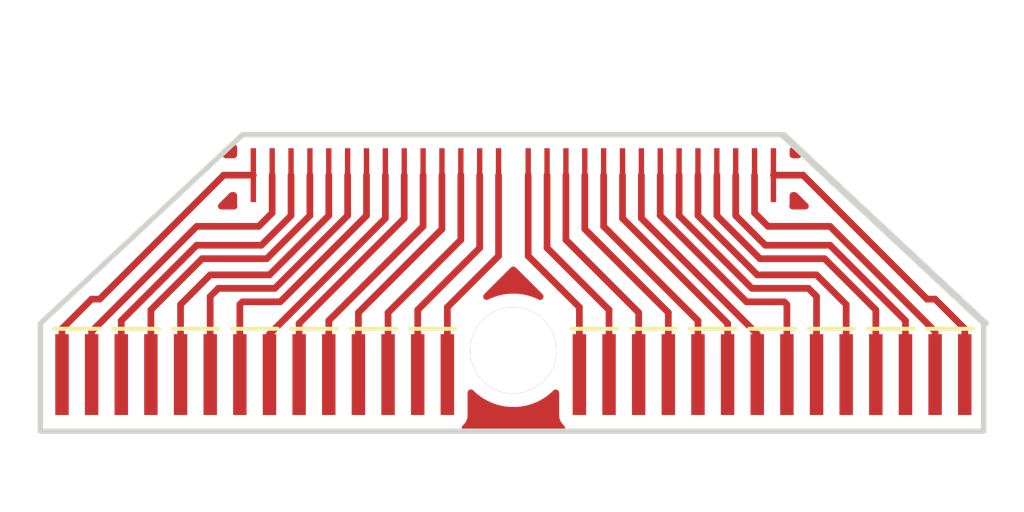
<source format=kicad_pcb>
(kicad_pcb (version 20221018) (generator pcbnew)
  (layers (0 "F.Cu" signal) (31 "B.Cu" signal) (34 "B.Paste" user) (35 "F.Paste" user) (36 "B.SilkS" user "B.Silkscreen") (37 "F.SilkS" user "F.Silkscreen") (38 "B.Mask" user) (39 "F.Mask" user) (44 "Edge.Cuts" user))
  (net 0 "")
  (footprint "Library:TestPoint_Pad_0.5mmx3mm" (layer "F.Cu") (at 98 48.9)
    (fp_text reference "REF**" hide)
    (fp_text value "TestPoint_Pad_0.5x3.0mm" hide)
    (pad "1" smd rect (at 0 0) (size 0.5 3) (layers "F.Cu" "F.Mask"))
  )
  (footprint "" (layer "F.Cu") (at 99.1 48.9)
    (fp_text reference "" hide)
    (fp_text value "" hide)
    (pad "1" smd rect (at 0 0) (size 0.5 3) (layers "F.Cu" "F.Mask"))
  )
  (footprint "Library:TestPoint_Pad_1.0x1.0mm" (layer "F.Cu") (at 93.4 41.5)
    (fp_text reference "REF**" hide)
    (fp_text value "TestPoint_Pad_1.0x1.0mm" hide)
    (pad "1" smd rect (at 0 0) (size 0.2 2) (layers "F.Cu" "F.Mask"))
  )
  (footprint "" (layer "F.Cu") (at 101.3 48.9)
    (fp_text reference "" hide)
    (fp_text value "" hide)
    (pad "1" smd rect (at 0 0) (size 0.5 3) (layers "F.Cu" "F.Mask"))
  )
  (footprint "Library:TestPoint_Pad_1.0x1.0mm" (layer "F.Cu") (at 86.7 41.5)
    (fp_text reference "REF**" hide)
    (fp_text value "TestPoint_Pad_1.0x1.0mm" hide)
    (pad "1" smd rect (at 0 0) (size 0.2 2) (layers "F.Cu" "F.Mask"))
  )
  (footprint "Library:TestPoint_Pad_0.5mmx3mm" (layer "F.Cu") (at 85.4 48.9)
    (fp_text reference "REF**" hide)
    (fp_text value "TestPoint_Pad_0.5x3.0mm" hide)
    (pad "1" smd rect (at 0 0) (size 0.5 3) (layers "F.Cu" "F.Mask"))
  )
  (footprint "" (layer "F.Cu") (at 103.5 48.9)
    (fp_text reference "" hide)
    (fp_text value "" hide)
    (pad "1" smd rect (at 0 0) (size 0.5 3) (layers "F.Cu" "F.Mask"))
  )
  (footprint "" (layer "F.Cu") (at 77.7 48.9)
    (fp_text reference "" hide)
    (fp_text value "" hide)
    (pad "1" smd rect (at 0 0) (size 0.5 3) (layers "F.Cu" "F.Mask"))
  )
  (footprint "" (layer "F.Cu") (at 86.5 48.9)
    (fp_text reference "" hide)
    (fp_text value "" hide)
    (pad "1" smd rect (at 0 0) (size 0.5 3) (layers "F.Cu" "F.Mask"))
  )
  (footprint "Library:TestPoint_Pad_1.0x1.0mm" (layer "F.Cu") (at 85.3 41.5)
    (fp_text reference "REF**" hide)
    (fp_text value "TestPoint_Pad_1.0x1.0mm" hide)
    (pad "1" smd rect (at 0 0) (size 0.2 2) (layers "F.Cu" "F.Mask"))
  )
  (footprint "" (layer "F.Cu") (at 106.8 48.9)
    (fp_text reference "" hide)
    (fp_text value "" hide)
    (pad "1" smd rect (at 0 0) (size 0.5 3) (layers "F.Cu" "F.Mask"))
  )
  (footprint "Library:TestPoint_Pad_1.0x1.0mm" (layer "F.Cu") (at 99.7 41.5)
    (fp_text reference "REF**" hide)
    (fp_text value "TestPoint_Pad_1.0x1.0mm" hide)
    (pad "1" smd rect (at 0 0) (size 0.2 2) (layers "F.Cu" "F.Mask"))
  )
  (footprint "Library:TestPoint_Pad_1.0x1.0mm" (layer "F.Cu") (at 83.9 41.5)
    (fp_text reference "REF**" hide)
    (fp_text value "TestPoint_Pad_1.0x1.0mm" hide)
    (pad "1" smd rect (at 0 0) (size 0.2 2) (layers "F.Cu" "F.Mask"))
  )
  (footprint "" (layer "F.Cu") (at 105.7 48.9)
    (fp_text reference "" hide)
    (fp_text value "" hide)
    (pad "1" smd rect (at 0 0) (size 0.5 3) (layers "F.Cu" "F.Mask"))
  )
  (footprint "Library:TestPoint_Pad_1.0x1.0mm" (layer "F.Cu") (at 98.3 41.5)
    (fp_text reference "REF**" hide)
    (fp_text value "TestPoint_Pad_1.0x1.0mm" hide)
    (pad "1" smd rect (at 0 0) (size 0.2 2) (layers "F.Cu" "F.Mask"))
  )
  (footprint "" (layer "F.Cu") (at 75.5 48.9)
    (fp_text reference "" hide)
    (fp_text value "" hide)
    (pad "1" smd rect (at 0 0) (size 0.5 3) (layers "F.Cu" "F.Mask"))
  )
  (footprint "Library:TestPoint_Pad_1.0x1.0mm" (layer "F.Cu") (at 88.8 41.5)
    (fp_text reference "REF**" hide)
    (fp_text value "TestPoint_Pad_1.0x1.0mm" hide)
    (pad "1" smd rect (at 0 0) (size 0.2 2) (layers "F.Cu" "F.Mask"))
  )
  (footprint "Library:TestPoint_Pad_1.0x1.0mm" (layer "F.Cu") (at 83.2 41.5)
    (fp_text reference "REF**" hide)
    (fp_text value "TestPoint_Pad_1.0x1.0mm" hide)
    (pad "1" smd rect (at 0 0) (size 0.2 2) (layers "F.Cu" "F.Mask"))
  )
  (footprint "Library:TestPoint_Pad_1.0x1.0mm" (layer "F.Cu") (at 88.1 41.5)
    (fp_text reference "REF**" hide)
    (fp_text value "TestPoint_Pad_1.0x1.0mm" hide)
    (pad "1" smd rect (at 0 0) (size 0.2 2) (layers "F.Cu" "F.Mask"))
  )
  (footprint "Library:TestPoint_Pad_1.0x1.0mm" (layer "F.Cu") (at 86 41.5)
    (fp_text reference "REF**" hide)
    (fp_text value "TestPoint_Pad_1.0x1.0mm" hide)
    (pad "1" smd rect (at 0 0) (size 0.2 2) (layers "F.Cu" "F.Mask"))
  )
  (footprint "Library:TestPoint_Pad_0.5mmx3mm" (layer "F.Cu") (at 95.8 48.9)
    (fp_text reference "REF**" hide)
    (fp_text value "TestPoint_Pad_0.5x3.0mm" hide)
    (pad "1" smd rect (at 0 0) (size 0.5 3) (layers "F.Cu" "F.Mask"))
  )
  (footprint "Library:TestPoint_Pad_0.5mmx3mm" (layer "F.Cu") (at 74.4 48.9)
    (fp_text reference "REF**" hide)
    (fp_text value "TestPoint_Pad_0.5x3.0mm" hide)
    (pad "1" smd rect (at 0 0) (size 0.5 3) (layers "F.Cu" "F.Mask"))
  )
  (footprint "" (layer "F.Cu") (at 96.9 48.9)
    (fp_text reference "" hide)
    (fp_text value "" hide)
    (pad "1" smd rect (at 0 0) (size 0.5 3) (layers "F.Cu" "F.Mask"))
  )
  (footprint "Library:TestPoint_Pad_1.0x1.0mm" (layer "F.Cu") (at 89.5 41.5)
    (fp_text reference "REF**" hide)
    (fp_text value "TestPoint_Pad_1.0x1.0mm" hide)
    (pad "1" smd rect (at 0 0) (size 0.2 2) (layers "F.Cu" "F.Mask"))
  )
  (footprint "Library:TestPoint_Pad_1.0x1.0mm" (layer "F.Cu") (at 95.5 41.5)
    (fp_text reference "REF**" hide)
    (fp_text value "TestPoint_Pad_1.0x1.0mm" hide)
    (pad "1" smd rect (at 0 0) (size 0.2 2) (layers "F.Cu" "F.Mask"))
  )
  (footprint "Library:TestPoint_Pad_1.0x1.0mm" (layer "F.Cu") (at 90.6 41.5)
    (fp_text reference "REF**" hide)
    (fp_text value "TestPoint_Pad_1.0x1.0mm" hide)
    (pad "1" smd rect (at 0 0) (size 0.2 2) (layers "F.Cu" "F.Mask"))
  )
  (footprint "Library:TestPoint_Pad_0.5mmx3mm" (layer "F.Cu") (at 83.2 48.9)
    (fp_text reference "REF**" hide)
    (fp_text value "TestPoint_Pad_0.5x3.0mm" hide)
    (pad "1" smd rect (at 0 0) (size 0.5 3) (layers "F.Cu" "F.Mask"))
  )
  (footprint "Library:TestPoint_Pad_0.5mmx3mm" (layer "F.Cu") (at 76.6 48.9)
    (fp_text reference "REF**" hide)
    (fp_text value "TestPoint_Pad_0.5x3.0mm" hide)
    (pad "1" smd rect (at 0 0) (size 0.5 3) (layers "F.Cu" "F.Mask"))
  )
  (footprint "Library:TestPoint_Pad_1.0x1.0mm" (layer "F.Cu") (at 84.6 41.5)
    (fp_text reference "REF**" hide)
    (fp_text value "TestPoint_Pad_1.0x1.0mm" hide)
    (pad "1" smd rect (at 0 0) (size 0.2 2) (layers "F.Cu" "F.Mask"))
  )
  (footprint "" (layer "F.Cu") (at 84.3 48.9)
    (fp_text reference "" hide)
    (fp_text value "" hide)
    (pad "1" smd rect (at 0 0) (size 0.5 3) (layers "F.Cu" "F.Mask"))
  )
  (footprint "Library:TestPoint_Pad_1.0x1.0mm" (layer "F.Cu") (at 81.8 41.5)
    (fp_text reference "REF**" hide)
    (fp_text value "TestPoint_Pad_1.0x1.0mm" hide)
    (pad "1" smd rect (at 0 0) (size 0.2 2) (layers "F.Cu" "F.Mask"))
  )
  (footprint "Library:TestPoint_Pad_1.0x1.0mm" (layer "F.Cu") (at 94.8 41.5)
    (fp_text reference "REF**" hide)
    (fp_text value "TestPoint_Pad_1.0x1.0mm" hide)
    (pad "1" smd rect (at 0 0) (size 0.2 2) (layers "F.Cu" "F.Mask"))
  )
  (footprint "Library:TestPoint_Pad_0.5mmx3mm" (layer "F.Cu") (at 104.6 48.9)
    (fp_text reference "REF**" hide)
    (fp_text value "TestPoint_Pad_0.5x3.0mm" hide)
    (pad "1" smd rect (at 0 0) (size 0.5 3) (layers "F.Cu" "F.Mask"))
  )
  (footprint "Library:TestPoint_Pad_1.0x1.0mm" (layer "F.Cu") (at 94.1 41.5)
    (fp_text reference "REF**" hide)
    (fp_text value "TestPoint_Pad_1.0x1.0mm" hide)
    (pad "1" smd rect (at 0 0) (size 0.2 2) (layers "F.Cu" "F.Mask"))
  )
  (footprint "Library:TestPoint_Pad_1.0x1.0mm" (layer "F.Cu") (at 87.4 41.5)
    (fp_text reference "REF**" hide)
    (fp_text value "TestPoint_Pad_1.0x1.0mm" hide)
    (pad "1" smd rect (at 0 0) (size 0.2 2) (layers "F.Cu" "F.Mask"))
  )
  (footprint "" (layer "F.Cu") (at 73.3 48.9)
    (fp_text reference "" hide)
    (fp_text value "" hide)
    (pad "1" smd rect (at 0 0) (size 0.5 3) (layers "F.Cu" "F.Mask"))
  )
  (footprint "" (layer "F.Cu") (at 82.1 48.9)
    (fp_text reference "" hide)
    (fp_text value "" hide)
    (pad "1" smd rect (at 0 0) (size 0.5 3) (layers "F.Cu" "F.Mask"))
  )
  (footprint "" (layer "F.Cu") (at 79.9 48.9)
    (fp_text reference "" hide)
    (fp_text value "" hide)
    (pad "1" smd rect (at 0 0) (size 0.5 3) (layers "F.Cu" "F.Mask"))
  )
  (footprint "Library:TestPoint_Pad_1.0x1.0mm" (layer "F.Cu") (at 92.7 41.5)
    (fp_text reference "REF**" hide)
    (fp_text value "TestPoint_Pad_1.0x1.0mm" hide)
    (pad "1" smd rect (at 0 0) (size 0.2 2) (layers "F.Cu" "F.Mask"))
  )
  (footprint "Library:TestPoint_Pad_1.0x1.0mm" (layer "F.Cu") (at 91.3 41.5)
    (fp_text reference "REF**" hide)
    (fp_text value "TestPoint_Pad_1.0x1.0mm" hide)
    (pad "1" smd rect (at 0 0) (size 0.2 2) (layers "F.Cu" "F.Mask"))
  )
  (footprint "Library:TestPoint_Pad_1.0x1.0mm" (layer "F.Cu") (at 97.6 41.5)
    (fp_text reference "REF**" hide)
    (fp_text value "TestPoint_Pad_1.0x1.0mm" hide)
    (pad "1" smd rect (at 0 0) (size 0.2 2) (layers "F.Cu" "F.Mask"))
  )
  (footprint "Library:TestPoint_Pad_0.5mmx3mm" (layer "F.Cu") (at 78.8 48.9)
    (fp_text reference "REF**" hide)
    (fp_text value "TestPoint_Pad_0.5x3.0mm" hide)
    (pad "1" smd rect (at 0 0) (size 0.5 3) (layers "F.Cu" "F.Mask"))
  )
  (footprint "" (layer "F.Cu") (at 92.5 48.9)
    (fp_text reference "" hide)
    (fp_text value "" hide)
    (pad "1" smd rect (at 0 0) (size 0.5 3) (layers "F.Cu" "F.Mask"))
  )
  (footprint "Library:TestPoint_Pad_1.0x1.0mm" (layer "F.Cu") (at 81.1 41.5)
    (fp_text reference "REF**" hide)
    (fp_text value "TestPoint_Pad_1.0x1.0mm" hide)
    (pad "1" smd rect (at 0 0) (size 0.2 2) (layers "F.Cu" "F.Mask"))
  )
  (footprint "Library:TestPoint_Pad_1.0x1.0mm" (layer "F.Cu") (at 99 41.5)
    (fp_text reference "REF**" hide)
    (fp_text value "TestPoint_Pad_1.0x1.0mm" hide)
    (pad "1" smd rect (at 0 0) (size 0.2 2) (layers "F.Cu" "F.Mask"))
  )
  (footprint "Library:TestPoint_Pad_1.0x1.0mm" (layer "F.Cu") (at 82.5 41.5)
    (fp_text reference "REF**" hide)
    (fp_text value "TestPoint_Pad_1.0x1.0mm" hide)
    (pad "1" smd rect (at 0 0) (size 0.2 2) (layers "F.Cu" "F.Mask"))
  )
  (footprint "Library:TestPoint_Pad_1.0x1.0mm" (layer "F.Cu") (at 92 41.5)
    (fp_text reference "REF**" hide)
    (fp_text value "TestPoint_Pad_1.0x1.0mm" hide)
    (pad "1" smd rect (at 0 0) (size 0.2 2) (layers "F.Cu" "F.Mask"))
  )
  (footprint "Library:TestPoint_Pad_0.5mmx3mm" (layer "F.Cu") (at 87.6 48.9)
    (fp_text reference "REF**" hide)
    (fp_text value "TestPoint_Pad_0.5x3.0mm" hide)
    (pad "1" smd rect (at 0 0) (size 0.5 3) (layers "F.Cu" "F.Mask"))
  )
  (footprint "Library:TestPoint_Pad_0.5mmx3mm" (layer "F.Cu") (at 100.2 48.9)
    (fp_text reference "REF**" hide)
    (fp_text value "TestPoint_Pad_0.5x3.0mm" hide)
    (pad "1" smd rect (at 0 0) (size 0.5 3) (layers "F.Cu" "F.Mask"))
  )
  (footprint "Library:TestPoint_Pad_0.5mmx3mm" (layer "F.Cu") (at 93.6 48.9)
    (fp_text reference "REF**" hide)
    (fp_text value "TestPoint_Pad_0.5x3.0mm" hide)
    (pad "1" smd rect (at 0 0) (size 0.5 3) (layers "F.Cu" "F.Mask"))
  )
  (footprint "Library:TestPoint_Pad_0.5mmx3mm" (layer "F.Cu") (at 102.4 48.9)
    (fp_text reference "REF**" hide)
    (fp_text value "TestPoint_Pad_0.5x3.0mm" hide)
    (pad "1" smd rect (at 0 0) (size 0.5 3) (layers "F.Cu" "F.Mask"))
  )
  (footprint "Library:screw_hole" (layer "F.Cu") (at 90.05 48)
    (fp_text reference "REF**" hide)
    (fp_text value "screw_hole" hide)
    (pad "1" thru_hole circle (at 0 0) (size 3.2 3.2) (drill 3.2) (layers "*.Cu" "*.Mask"))
  )
  (footprint "Library:TestPoint_Pad_0.5mmx3mm" (layer "F.Cu") (at 81 48.9)
    (fp_text reference "REF**" hide)
    (fp_text value "TestPoint_Pad_0.5x3.0mm" hide)
    (pad "1" smd rect (at 0 0) (size 0.5 3) (layers "F.Cu" "F.Mask"))
  )
  (footprint "Library:TestPoint_Pad_1.0x1.0mm" (layer "F.Cu") (at 96.9 41.5)
    (fp_text reference "REF**" hide)
    (fp_text value "TestPoint_Pad_1.0x1.0mm" hide)
    (pad "1" smd rect (at 0 0) (size 0.2 2) (layers "F.Cu" "F.Mask"))
  )
  (footprint "" (layer "F.Cu") (at 94.7 48.9)
    (fp_text reference "" hide)
    (fp_text value "" hide)
    (pad "1" smd rect (at 0 0) (size 0.5 3) (layers "F.Cu" "F.Mask"))
  )
  (footprint "Library:TestPoint_Pad_1.0x1.0mm" (layer "F.Cu") (at 80.4 41.5)
    (fp_text reference "REF**" hide)
    (fp_text value "TestPoint_Pad_1.0x1.0mm" hide)
    (pad "1" smd rect (at 0 0) (size 0.2 2) (layers "F.Cu" "F.Mask"))
  )
  (footprint "Library:TestPoint_Pad_1.0x1.0mm" (layer "F.Cu") (at 96.2 41.5)
    (fp_text reference "REF**" hide)
    (fp_text value "TestPoint_Pad_1.0x1.0mm" hide)
    (pad "1" smd rect (at 0 0) (size 0.2 2) (layers "F.Cu" "F.Mask"))
  )
  (gr_line (start 75.2 47.2) (end 76.9 47.2) (stroke (width 0.15)) (layer "F.SilkS"))
  (gr_line (start 103.2 47.2) (end 104.9 47.2) (stroke (width 0.15)) (layer "F.SilkS"))
  (gr_line (start 79.6 47.2) (end 81.3 47.2) (stroke (width 0.15)) (layer "F.SilkS"))
  (gr_line (start 96.6 47.2) (end 98.3 47.2) (stroke (width 0.15)) (layer "F.SilkS"))
  (gr_line (start 98.8 47.2) (end 100.5 47.2) (stroke (width 0.15)) (layer "F.SilkS"))
  (gr_line (start 105.4 47.2) (end 107.1 47.2) (stroke (width 0.15)) (layer "F.SilkS"))
  (gr_line (start 81.8 47.2) (end 83.5 47.2) (stroke (width 0.15)) (layer "F.SilkS"))
  (gr_line (start 84 47.2) (end 85.7 47.2) (stroke (width 0.15)) (layer "F.SilkS"))
  (gr_line (start 101 47.2) (end 102.7 47.2) (stroke (width 0.15)) (layer "F.SilkS"))
  (gr_line (start 73 47.2) (end 74.7 47.2) (stroke (width 0.15)) (layer "F.SilkS"))
  (gr_line (start 86.2 47.2) (end 87.9 47.2) (stroke (width 0.15)) (layer "F.SilkS"))
  (gr_line (start 92.2 47.2) (end 93.9 47.2) (stroke (width 0.15)) (layer "F.SilkS"))
  (gr_line (start 94.4 47.2) (end 96.1 47.2) (stroke (width 0.15)) (layer "F.SilkS"))
  (gr_line (start 77.4 47.2) (end 79.1 47.2) (stroke (width 0.15)) (layer "F.SilkS"))
  (gr_line (start 80 40) (end 100 40) (stroke (width 0.2)) (layer "Edge.Cuts"))
  (gr_line (start 100 40) (end 107.5 47) (stroke (width 0.2)) (layer "Edge.Cuts"))
  (gr_line (start 107.6 47) (end 100.1 40) (stroke (width 0.2)) (layer "Edge.Cuts"))
  (gr_line (start 72.5 47) (end 80 40) (stroke (width 0.2)) (layer "Edge.Cuts"))
  (gr_line (start 107.5 51) (end 107.5 47) (stroke (width 0.2)) (layer "Edge.Cuts"))
  (gr_line (start 72.5 51) (end 72.5 47) (stroke (width 0.2)) (layer "Edge.Cuts"))
  (gr_line (start 72.5 51) (end 107.5 51) (stroke (width 0.2)) (layer "Edge.Cuts"))
  (segment (start 99.4 44.1) (end 101.8 44.1) (width 0.25) (layer "F.Cu") (net 0))
  (segment (start 86 43.1) (end 82.1 47) (width 0.25) (layer "F.Cu") (net 0))
  (segment (start 84.6 43) (end 81.4 46.2) (width 0.25) (layer "F.Cu") (net 0))
  (segment (start 81.8 41.5) (end 81.8 43) (width 0.25) (layer "F.Cu") (net 0))
  (segment (start 83.9 41.5) (end 83.9 43) (width 0.25) (layer "F.Cu") (net 0))
  (segment (start 103.5 46.5) (end 103.5 48.9) (width 0.25) (layer "F.Cu") (net 0))
  (segment (start 104.6 46.9) (end 104.6 48.9) (width 0.25) (layer "F.Cu") (net 0))
  (segment (start 88.8 44.2) (end 86.5 46.5) (width 0.25) (layer "F.Cu") (net 0))
  (segment (start 100.2 46.3) (end 100.2 48.9) (width 0.25) (layer "F.Cu") (net 0))
  (segment (start 86.5 46.5) (end 86.5 48.9) (width 0.25) (layer "F.Cu") (net 0))
  (segment (start 94.7 46.6) (end 94.7 48.9) (width 0.25) (layer "F.Cu") (net 0))
  (segment (start 92.7 43.5) (end 95.8 46.6) (width 0.25) (layer "F.Cu") (net 0))
  (segment (start 91.3 41.5) (end 91.3 44.2) (width 0.25) (layer "F.Cu") (net 0))
  (segment (start 96.2 43) (end 98.9 45.7) (width 0.25) (layer "F.Cu") (net 0))
  (segment (start 74.4 47.3) (end 74.4 48.9) (width 0.25) (layer "F.Cu") (net 0))
  (segment (start 81.1 41.5) (end 81.1 42.9) (width 0.25) (layer "F.Cu") (net 0))
  (segment (start 96.2 41.5) (end 96.2 43) (width 0.25) (layer "F.Cu") (net 0))
  (segment (start 99.2 44.6) (end 101.6 44.6) (width 0.25) (layer "F.Cu") (net 0))
  (segment (start 105.7 47.3) (end 105.7 48.9) (width 0.25) (layer "F.Cu") (net 0))
  (segment (start 78.5 44.6) (end 76.6 46.5) (width 0.25) (layer "F.Cu") (net 0))
  (segment (start 81.4 46.2) (end 80 46.2) (width 0.25) (layer "F.Cu") (net 0))
  (segment (start 102.4 46.3) (end 102.4 48.9) (width 0.25) (layer "F.Cu") (net 0))
  (segment (start 98.7 46.2) (end 100.1 46.2) (width 0.25) (layer "F.Cu") (net 0))
  (segment (start 87.4 41.5) (end 87.4 43.5) (width 0.25) (layer "F.Cu") (net 0))
  (segment (start 99 41.5) (end 99 42.9) (width 0.25) (layer "F.Cu") (net 0))
  (segment (start 105.4 46.1) (end 105.7 46.1) (width 0.25) (layer "F.Cu") (net 0))
  (segment (start 89.5 41.5) (end 89.5 44.5) (width 0.25) (layer "F.Cu") (net 0))
  (segment (start 96.9 43) (end 99.1 45.2) (width 0.25) (layer "F.Cu") (net 0))
  (segment (start 101.3 45.2) (end 102.4 46.3) (width 0.25) (layer "F.Cu") (net 0))
  (segment (start 79.3 41.5) (end 74.7 46.1) (width 0.25) (layer "F.Cu") (net 0))
  (segment (start 81.8 43) (end 80.7 44.1) (width 0.25) (layer "F.Cu") (net 0))
  (segment (start 82.5 43) (end 80.9 44.6) (width 0.25) (layer "F.Cu") (net 0))
  (segment (start 93.4 41.5) (end 93.4 43.4) (width 0.25) (layer "F.Cu") (net 0))
  (segment (start 84.3 46.6) (end 84.3 48.9) (width 0.25) (layer "F.Cu") (net 0))
  (segment (start 82.5 41.5) (end 82.5 43) (width 0.25) (layer "F.Cu") (net 0))
  (segment (start 96.9 46.9) (end 96.9 48.9) (width 0.25) (layer "F.Cu") (net 0))
  (segment (start 90.6 41.5) (end 90.6 44.5) (width 0.25) (layer "F.Cu") (net 0))
  (segment (start 99 42.9) (end 99.5 43.4) (width 0.25) (layer "F.Cu") (net 0))
  (segment (start 98.9 45.7) (end 101 45.7) (width 0.25) (layer "F.Cu") (net 0))
  (segment (start 78.8 46) (end 78.8 48.9) (width 0.25) (layer "F.Cu") (net 0))
  (segment (start 84.6 41.5) (end 84.6 43) (width 0.25) (layer "F.Cu") (net 0))
  (segment (start 73.3 47.2) (end 73.3 48.9) (width 0.25) (layer "F.Cu") (net 0))
  (segment (start 88.1 41.5) (end 88.1 43.9) (width 0.25) (layer "F.Cu") (net 0))
  (segment (start 98.3 41.5) (end 98.3 43) (width 0.25) (layer "F.Cu") (net 0))
  (segment (start 83.9 43) (end 81.2 45.7) (width 0.25) (layer "F.Cu") (net 0))
  (segment (start 83.2 41.5) (end 83.2 43) (width 0.25) (layer "F.Cu") (net 0))
  (segment (start 101 45.7) (end 101.3 46) (width 0.25) (layer "F.Cu") (net 0))
  (segment (start 105.7 46.1) (end 106.8 47.2) (width 0.25) (layer "F.Cu") (net 0))
  (segment (start 101.8 44.1) (end 104.6 46.9) (width 0.25) (layer "F.Cu") (net 0))
  (segment (start 86.7 43.4) (end 83.2 46.9) (width 0.25) (layer "F.Cu") (net 0))
  (segment (start 85.3 41.5) (end 85.3 43.1) (width 0.25) (layer "F.Cu") (net 0))
  (segment (start 79.1 45.7) (end 78.8 46) (width 0.25) (layer "F.Cu") (net 0))
  (segment (start 99.1 45.2) (end 101.3 45.2) (width 0.25) (layer "F.Cu") (net 0))
  (segment (start 74.4 46.1) (end 73.3 47.2) (width 0.25) (layer "F.Cu") (net 0))
  (segment (start 87.6 46.4) (end 87.6 48.9) (width 0.25) (layer "F.Cu") (net 0))
  (segment (start 97.6 41.5) (end 97.6 43) (width 0.25) (layer "F.Cu") (net 0))
  (segment (start 77.7 46.3) (end 77.7 48.9) (width 0.25) (layer "F.Cu") (net 0))
  (segment (start 98.3 43) (end 99.4 44.1) (width 0.25) (layer "F.Cu") (net 0))
  (segment (start 97.6 43) (end 99.2 44.6) (width 0.25) (layer "F.Cu") (net 0))
  (segment (start 101.3 46) (end 101.3 48.9) (width 0.25) (layer "F.Cu") (net 0))
  (segment (start 76.6 46.5) (end 76.6 48.9) (width 0.25) (layer "F.Cu") (net 0))
  (segment (start 93.6 46.5) (end 93.6 48.9) (width 0.25) (layer "F.Cu") (net 0))
  (segment (start 85.3 43.1) (end 81 47.4) (width 0.25) (layer "F.Cu") (net 0))
  (segment (start 80 46.2) (end 79.9 46.3) (width 0.25) (layer "F.Cu") (net 0))
  (segment (start 74.7 46.1) (end 74.4 46.1) (width 0.25) (layer "F.Cu") (net 0))
  (segment (start 98 47) (end 98 48.9) (width 0.25) (layer "F.Cu") (net 0))
  (segment (start 106.8 47.2) (end 106.8 48.9) (width 0.25) (layer "F.Cu") (net 0))
  (segment (start 86.7 41.5) (end 86.7 43.4) (width 0.25) (layer "F.Cu") (net 0))
  (segment (start 80.4 41.5) (end 79.3 41.5) (width 0.25) (layer "F.Cu") (net 0))
  (segment (start 95.5 41.5) (end 95.5 43) (width 0.25) (layer "F.Cu") (net 0))
  (segment (start 100.8 41.5) (end 105.4 46.1) (width 0.25) (layer "F.Cu") (net 0))
  (segment (start 94.8 43.1) (end 99.1 47.4) (width 0.25) (layer "F.Cu") (net 0))
  (segment (start 94.8 41.5) (end 94.8 43.1) (width 0.25) (layer "F.Cu") (net 0))
  (segment (start 101.6 44.6) (end 103.5 46.5) (width 0.25) (layer "F.Cu") (net 0))
  (segment (start 99.1 47.4) (end 99.1 48.9) (width 0.25) (layer "F.Cu") (net 0))
  (segment (start 92.5 46.4) (end 92.5 48.9) (width 0.25) (layer "F.Cu") (net 0))
  (segment (start 94.1 41.5) (end 94.1 43.1) (width 0.25) (layer "F.Cu") (net 0))
  (segment (start 80.6 43.4) (end 78.3 43.4) (width 0.25) (layer "F.Cu") (net 0))
  (segment (start 92.7 41.5) (end 92.7 43.5) (width 0.25) (layer "F.Cu") (net 0))
  (segment (start 99.7 41.5) (end 100.8 41.5) (width 0.25) (layer "F.Cu") (net 0))
  (segment (start 78.3 44.1) (end 75.5 46.9) (width 0.25) (layer "F.Cu") (net 0))
  (segment (start 101.8 43.4) (end 105.7 47.3) (width 0.25) (layer "F.Cu") (net 0))
  (segment (start 80.9 44.6) (end 78.5 44.6) (width 0.25) (layer "F.Cu") (net 0))
  (segment (start 92 43.9) (end 94.7 46.6) (width 0.25) (layer "F.Cu") (net 0))
  (segment (start 81 45.2) (end 78.8 45.2) (width 0.25) (layer "F.Cu") (net 0))
  (segment (start 80.7 44.1) (end 78.3 44.1) (width 0.25) (layer "F.Cu") (net 0))
  (segment (start 81.2 45.7) (end 79.1 45.7) (width 0.25) (layer "F.Cu") (net 0))
  (segment (start 78.8 45.2) (end 77.7 46.3) (width 0.25) (layer "F.Cu") (net 0))
  (segment (start 94.1 43.1) (end 98 47) (width 0.25) (layer "F.Cu") (net 0))
  (segment (start 86 41.5) (end 86 43.1) (width 0.25) (layer "F.Cu") (net 0))
  (segment (start 81 47.4) (end 81 48.9) (width 0.25) (layer "F.Cu") (net 0))
  (segment (start 81.1 42.9) (end 80.6 43.4) (width 0.25) (layer "F.Cu") (net 0))
  (segment (start 89.5 44.5) (end 87.6 46.4) (width 0.25) (layer "F.Cu") (net 0))
  (segment (start 100.1 46.2) (end 100.2 46.3) (width 0.25) (layer "F.Cu") (net 0))
  (segment (start 93.4 43.4) (end 96.9 46.9) (width 0.25) (layer "F.Cu") (net 0))
  (segment (start 96.9 41.5) (end 96.9 43) (width 0.25) (layer "F.Cu") (net 0))
  (segment (start 83.2 46.9) (end 83.2 48.9) (width 0.25) (layer "F.Cu") (net 0))
  (segment (start 91.3 44.2) (end 93.6 46.5) (width 0.25) (layer "F.Cu") (net 0))
  (segment (start 99.5 43.4) (end 101.8 43.4) (width 0.25) (layer "F.Cu") (net 0))
  (segment (start 78.3 43.4) (end 74.4 47.3) (width 0.25) (layer "F.Cu") (net 0))
  (segment (start 79.9 46.3) (end 79.9 48.9) (width 0.25) (layer "F.Cu") (net 0))
  (segment (start 87.4 43.5) (end 84.3 46.6) (width 0.25) (layer "F.Cu") (net 0))
  (segment (start 75.5 46.9) (end 75.5 48.9) (width 0.25) (layer "F.Cu") (net 0))
  (segment (start 85.4 46.6) (end 85.4 48.9) (width 0.25) (layer "F.Cu") (net 0))
  (segment (start 82.1 47) (end 82.1 48.9) (width 0.25) (layer "F.Cu") (net 0))
  (segment (start 88.8 41.5) (end 88.8 44.2) (width 0.25) (layer "F.Cu") (net 0))
  (segment (start 95.5 43) (end 98.7 46.2) (width 0.25) (layer "F.Cu") (net 0))
  (segment (start 90.6 44.5) (end 92.5 46.4) (width 0.25) (layer "F.Cu") (net 0))
  (segment (start 83.2 43) (end 81 45.2) (width 0.25) (layer "F.Cu") (net 0))
  (segment (start 88.1 43.9) (end 85.4 46.6) (width 0.25) (layer "F.Cu") (net 0))
  (segment (start 92 41.5) (end 92 43.9) (width 0.25) (layer "F.Cu") (net 0))
  (segment (start 95.8 46.6) (end 95.8 48.9) (width 0.25) (layer "F.Cu") (net 0))
  (zone (net 0) (net_name "") (layer "F.Cu") (connect_pads (clearance 0.5)) (min_thickness 0.25) (fill yes (thermal_gap 0.5) (thermal_bridge_width 0.5) (island_removal_mode 1) (island_area_min 10))
    (polygon (pts (xy 71 35) (xy 109 35) (xy 109 54) (xy 71 54)))
  )
)
</source>
